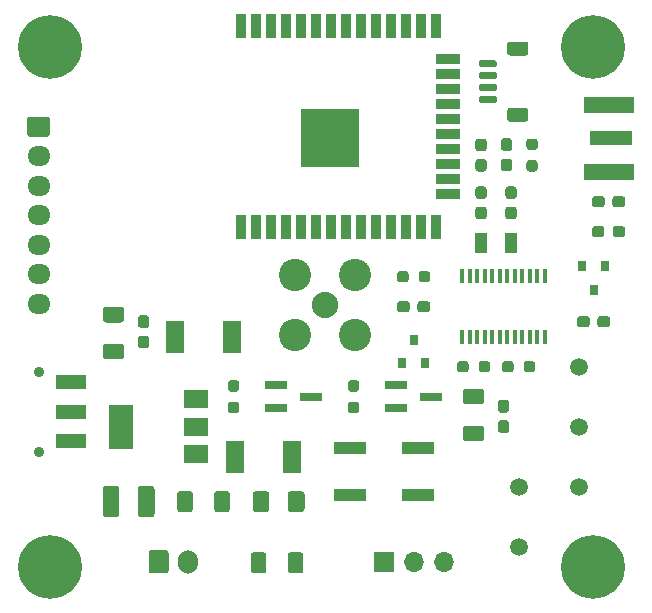
<source format=gts>
%TF.GenerationSoftware,KiCad,Pcbnew,5.1.9+dfsg1-1*%
%TF.CreationDate,2021-06-01T22:56:34+02:00*%
%TF.ProjectId,SDR-RX,5344522d-5258-42e6-9b69-6361645f7063,rev?*%
%TF.SameCoordinates,Original*%
%TF.FileFunction,Soldermask,Top*%
%TF.FilePolarity,Negative*%
%FSLAX46Y46*%
G04 Gerber Fmt 4.6, Leading zero omitted, Abs format (unit mm)*
G04 Created by KiCad (PCBNEW 5.1.9+dfsg1-1) date 2021-06-01 22:56:34*
%MOMM*%
%LPD*%
G01*
G04 APERTURE LIST*
%ADD10O,1.950000X1.700000*%
%ADD11C,2.240000*%
%ADD12C,2.740000*%
%ADD13O,1.700000X2.000000*%
%ADD14C,0.800000*%
%ADD15C,5.400000*%
%ADD16C,0.900000*%
%ADD17R,2.500000X1.250000*%
%ADD18C,1.500000*%
%ADD19O,1.700000X1.700000*%
%ADD20R,1.700000X1.700000*%
%ADD21R,1.000000X1.800000*%
%ADD22R,2.000000X1.500000*%
%ADD23R,2.000000X3.800000*%
%ADD24R,0.900000X2.000000*%
%ADD25R,2.000000X0.900000*%
%ADD26R,5.000000X5.000000*%
%ADD27R,0.400000X1.200000*%
%ADD28R,2.750000X1.000000*%
%ADD29R,1.900000X0.800000*%
%ADD30R,3.600000X1.270000*%
%ADD31R,4.200000X1.350000*%
%ADD32R,1.500000X2.700000*%
%ADD33R,0.800000X0.900000*%
G04 APERTURE END LIST*
%TO.C,C4*%
G36*
G01*
X152567500Y-81755000D02*
X153042500Y-81755000D01*
G75*
G02*
X153280000Y-81992500I0J-237500D01*
G01*
X153280000Y-82592500D01*
G75*
G02*
X153042500Y-82830000I-237500J0D01*
G01*
X152567500Y-82830000D01*
G75*
G02*
X152330000Y-82592500I0J237500D01*
G01*
X152330000Y-81992500D01*
G75*
G02*
X152567500Y-81755000I237500J0D01*
G01*
G37*
G36*
G01*
X152567500Y-80030000D02*
X153042500Y-80030000D01*
G75*
G02*
X153280000Y-80267500I0J-237500D01*
G01*
X153280000Y-80867500D01*
G75*
G02*
X153042500Y-81105000I-237500J0D01*
G01*
X152567500Y-81105000D01*
G75*
G02*
X152330000Y-80867500I0J237500D01*
G01*
X152330000Y-80267500D01*
G75*
G02*
X152567500Y-80030000I237500J0D01*
G01*
G37*
%TD*%
D10*
%TO.C,Program*%
X112800000Y-89980000D03*
X112800000Y-87480000D03*
X112800000Y-84980000D03*
X112800000Y-82480000D03*
X112800000Y-79980000D03*
X112800000Y-77480000D03*
G36*
G01*
X112075000Y-74130000D02*
X113525000Y-74130000D01*
G75*
G02*
X113775000Y-74380000I0J-250000D01*
G01*
X113775000Y-75580000D01*
G75*
G02*
X113525000Y-75830000I-250000J0D01*
G01*
X112075000Y-75830000D01*
G75*
G02*
X111825000Y-75580000I0J250000D01*
G01*
X111825000Y-74380000D01*
G75*
G02*
X112075000Y-74130000I250000J0D01*
G01*
G37*
%TD*%
%TO.C,GPS*%
G36*
G01*
X152719999Y-73370000D02*
X154020001Y-73370000D01*
G75*
G02*
X154270000Y-73619999I0J-249999D01*
G01*
X154270000Y-74320001D01*
G75*
G02*
X154020001Y-74570000I-249999J0D01*
G01*
X152719999Y-74570000D01*
G75*
G02*
X152470000Y-74320001I0J249999D01*
G01*
X152470000Y-73619999D01*
G75*
G02*
X152719999Y-73370000I249999J0D01*
G01*
G37*
G36*
G01*
X152719999Y-67770000D02*
X154020001Y-67770000D01*
G75*
G02*
X154270000Y-68019999I0J-249999D01*
G01*
X154270000Y-68720001D01*
G75*
G02*
X154020001Y-68970000I-249999J0D01*
G01*
X152719999Y-68970000D01*
G75*
G02*
X152470000Y-68720001I0J249999D01*
G01*
X152470000Y-68019999D01*
G75*
G02*
X152719999Y-67770000I249999J0D01*
G01*
G37*
G36*
G01*
X150220000Y-72370000D02*
X151470000Y-72370000D01*
G75*
G02*
X151620000Y-72520000I0J-150000D01*
G01*
X151620000Y-72820000D01*
G75*
G02*
X151470000Y-72970000I-150000J0D01*
G01*
X150220000Y-72970000D01*
G75*
G02*
X150070000Y-72820000I0J150000D01*
G01*
X150070000Y-72520000D01*
G75*
G02*
X150220000Y-72370000I150000J0D01*
G01*
G37*
G36*
G01*
X150220000Y-71370000D02*
X151470000Y-71370000D01*
G75*
G02*
X151620000Y-71520000I0J-150000D01*
G01*
X151620000Y-71820000D01*
G75*
G02*
X151470000Y-71970000I-150000J0D01*
G01*
X150220000Y-71970000D01*
G75*
G02*
X150070000Y-71820000I0J150000D01*
G01*
X150070000Y-71520000D01*
G75*
G02*
X150220000Y-71370000I150000J0D01*
G01*
G37*
G36*
G01*
X150220000Y-70370000D02*
X151470000Y-70370000D01*
G75*
G02*
X151620000Y-70520000I0J-150000D01*
G01*
X151620000Y-70820000D01*
G75*
G02*
X151470000Y-70970000I-150000J0D01*
G01*
X150220000Y-70970000D01*
G75*
G02*
X150070000Y-70820000I0J150000D01*
G01*
X150070000Y-70520000D01*
G75*
G02*
X150220000Y-70370000I150000J0D01*
G01*
G37*
G36*
G01*
X150220000Y-69370000D02*
X151470000Y-69370000D01*
G75*
G02*
X151620000Y-69520000I0J-150000D01*
G01*
X151620000Y-69820000D01*
G75*
G02*
X151470000Y-69970000I-150000J0D01*
G01*
X150220000Y-69970000D01*
G75*
G02*
X150070000Y-69820000I0J150000D01*
G01*
X150070000Y-69520000D01*
G75*
G02*
X150220000Y-69370000I150000J0D01*
G01*
G37*
%TD*%
D11*
%TO.C,SW/AM Ant.*%
X137070000Y-90050000D03*
D12*
X134530000Y-92590000D03*
X134530000Y-87510000D03*
X139610000Y-87510000D03*
X139610000Y-92590000D03*
%TD*%
D13*
%TO.C,Vin *%
X125460000Y-111810000D03*
G36*
G01*
X122110000Y-112560000D02*
X122110000Y-111060000D01*
G75*
G02*
X122360000Y-110810000I250000J0D01*
G01*
X123560000Y-110810000D01*
G75*
G02*
X123810000Y-111060000I0J-250000D01*
G01*
X123810000Y-112560000D01*
G75*
G02*
X123560000Y-112810000I-250000J0D01*
G01*
X122360000Y-112810000D01*
G75*
G02*
X122110000Y-112560000I0J250000D01*
G01*
G37*
%TD*%
D14*
%TO.C,H4*%
X161191891Y-66788109D03*
X159760000Y-66195000D03*
X158328109Y-66788109D03*
X157735000Y-68220000D03*
X158328109Y-69651891D03*
X159760000Y-70245000D03*
X161191891Y-69651891D03*
X161785000Y-68220000D03*
D15*
X159760000Y-68220000D03*
%TD*%
D14*
%TO.C,H3*%
X161191891Y-110788109D03*
X159760000Y-110195000D03*
X158328109Y-110788109D03*
X157735000Y-112220000D03*
X158328109Y-113651891D03*
X159760000Y-114245000D03*
X161191891Y-113651891D03*
X161785000Y-112220000D03*
D15*
X159760000Y-112220000D03*
%TD*%
D14*
%TO.C,H2*%
X115191891Y-110788109D03*
X113760000Y-110195000D03*
X112328109Y-110788109D03*
X111735000Y-112220000D03*
X112328109Y-113651891D03*
X113760000Y-114245000D03*
X115191891Y-113651891D03*
X115785000Y-112220000D03*
D15*
X113760000Y-112220000D03*
%TD*%
D14*
%TO.C,H1*%
X115191891Y-66788109D03*
X113760000Y-66195000D03*
X112328109Y-66788109D03*
X111735000Y-68220000D03*
X112328109Y-69651891D03*
X113760000Y-70245000D03*
X115191891Y-69651891D03*
X115785000Y-68220000D03*
D15*
X113760000Y-68220000D03*
%TD*%
D16*
%TO.C,sel. 3V3 *%
X112800000Y-102510000D03*
X112800000Y-95710000D03*
D17*
X115550000Y-101610000D03*
X115550000Y-99110000D03*
X115550000Y-96610000D03*
%TD*%
D18*
%TO.C,+3V3*%
X158520000Y-105460000D03*
%TD*%
%TO.C,Reset SI4734*%
X158520000Y-95300000D03*
%TD*%
%TO.C,Clock*%
X153440000Y-105460000D03*
%TD*%
%TO.C,Data*%
X158520000Y-100380000D03*
%TD*%
%TO.C,Reset ESP*%
X153440000Y-110540000D03*
%TD*%
D19*
%TO.C,GND*%
X147090000Y-111810000D03*
X144550000Y-111810000D03*
D20*
X142010000Y-111810000D03*
%TD*%
D21*
%TO.C,Y1*%
X152785000Y-84859000D03*
X150285000Y-84859000D03*
%TD*%
D22*
%TO.C,U3*%
X126110000Y-102680000D03*
X126110000Y-98080000D03*
X126110000Y-100380000D03*
D23*
X119810000Y-100380000D03*
%TD*%
D24*
%TO.C,U2*%
X129945000Y-66480000D03*
X131215000Y-66480000D03*
X132485000Y-66480000D03*
X133755000Y-66480000D03*
X135025000Y-66480000D03*
X136295000Y-66480000D03*
X137565000Y-66480000D03*
X138835000Y-66480000D03*
X140105000Y-66480000D03*
X141375000Y-66480000D03*
X142645000Y-66480000D03*
X143915000Y-66480000D03*
X145185000Y-66480000D03*
X146455000Y-66480000D03*
D25*
X147455000Y-69265000D03*
X147455000Y-70535000D03*
X147455000Y-71805000D03*
X147455000Y-73075000D03*
X147455000Y-74345000D03*
X147455000Y-75615000D03*
X147455000Y-76885000D03*
X147455000Y-78155000D03*
X147455000Y-79425000D03*
X147455000Y-80695000D03*
D24*
X146455000Y-83480000D03*
X145185000Y-83480000D03*
X143915000Y-83480000D03*
X142645000Y-83480000D03*
X141375000Y-83480000D03*
X140105000Y-83480000D03*
X138835000Y-83480000D03*
X137565000Y-83480000D03*
X136295000Y-83480000D03*
X135025000Y-83480000D03*
X133755000Y-83480000D03*
X132485000Y-83480000D03*
X131215000Y-83480000D03*
X129945000Y-83480000D03*
D26*
X137445000Y-75980000D03*
%TD*%
D27*
%TO.C,U1*%
X148677500Y-87620000D03*
X149312500Y-87620000D03*
X149947500Y-87620000D03*
X150582500Y-87620000D03*
X151217500Y-87620000D03*
X151852500Y-87620000D03*
X152487500Y-87620000D03*
X153122500Y-87620000D03*
X153757500Y-87620000D03*
X154392500Y-87620000D03*
X155027500Y-87620000D03*
X155662500Y-87620000D03*
X155662500Y-92820000D03*
X155027500Y-92820000D03*
X154392500Y-92820000D03*
X153757500Y-92820000D03*
X153122500Y-92820000D03*
X152487500Y-92820000D03*
X151852500Y-92820000D03*
X151217500Y-92820000D03*
X150582500Y-92820000D03*
X149947500Y-92820000D03*
X149312500Y-92820000D03*
X148677500Y-92820000D03*
%TD*%
D28*
%TO.C,Reset ESP*%
X144885000Y-102190000D03*
X139135000Y-102190000D03*
X139135000Y-106190000D03*
X144885000Y-106190000D03*
%TD*%
%TO.C,R6*%
G36*
G01*
X154345500Y-77818000D02*
X154820500Y-77818000D01*
G75*
G02*
X155058000Y-78055500I0J-237500D01*
G01*
X155058000Y-78555500D01*
G75*
G02*
X154820500Y-78793000I-237500J0D01*
G01*
X154345500Y-78793000D01*
G75*
G02*
X154108000Y-78555500I0J237500D01*
G01*
X154108000Y-78055500D01*
G75*
G02*
X154345500Y-77818000I237500J0D01*
G01*
G37*
G36*
G01*
X154345500Y-75993000D02*
X154820500Y-75993000D01*
G75*
G02*
X155058000Y-76230500I0J-237500D01*
G01*
X155058000Y-76730500D01*
G75*
G02*
X154820500Y-76968000I-237500J0D01*
G01*
X154345500Y-76968000D01*
G75*
G02*
X154108000Y-76730500I0J237500D01*
G01*
X154108000Y-76230500D01*
G75*
G02*
X154345500Y-75993000I237500J0D01*
G01*
G37*
%TD*%
%TO.C,R5*%
G36*
G01*
X153865000Y-95537500D02*
X153865000Y-95062500D01*
G75*
G02*
X154102500Y-94825000I237500J0D01*
G01*
X154602500Y-94825000D01*
G75*
G02*
X154840000Y-95062500I0J-237500D01*
G01*
X154840000Y-95537500D01*
G75*
G02*
X154602500Y-95775000I-237500J0D01*
G01*
X154102500Y-95775000D01*
G75*
G02*
X153865000Y-95537500I0J237500D01*
G01*
G37*
G36*
G01*
X152040000Y-95537500D02*
X152040000Y-95062500D01*
G75*
G02*
X152277500Y-94825000I237500J0D01*
G01*
X152777500Y-94825000D01*
G75*
G02*
X153015000Y-95062500I0J-237500D01*
G01*
X153015000Y-95537500D01*
G75*
G02*
X152777500Y-95775000I-237500J0D01*
G01*
X152277500Y-95775000D01*
G75*
G02*
X152040000Y-95537500I0J237500D01*
G01*
G37*
%TD*%
%TO.C,R4*%
G36*
G01*
X129547500Y-97415000D02*
X129072500Y-97415000D01*
G75*
G02*
X128835000Y-97177500I0J237500D01*
G01*
X128835000Y-96677500D01*
G75*
G02*
X129072500Y-96440000I237500J0D01*
G01*
X129547500Y-96440000D01*
G75*
G02*
X129785000Y-96677500I0J-237500D01*
G01*
X129785000Y-97177500D01*
G75*
G02*
X129547500Y-97415000I-237500J0D01*
G01*
G37*
G36*
G01*
X129547500Y-99240000D02*
X129072500Y-99240000D01*
G75*
G02*
X128835000Y-99002500I0J237500D01*
G01*
X128835000Y-98502500D01*
G75*
G02*
X129072500Y-98265000I237500J0D01*
G01*
X129547500Y-98265000D01*
G75*
G02*
X129785000Y-98502500I0J-237500D01*
G01*
X129785000Y-99002500D01*
G75*
G02*
X129547500Y-99240000I-237500J0D01*
G01*
G37*
%TD*%
%TO.C,R3*%
G36*
G01*
X139232500Y-98265000D02*
X139707500Y-98265000D01*
G75*
G02*
X139945000Y-98502500I0J-237500D01*
G01*
X139945000Y-99002500D01*
G75*
G02*
X139707500Y-99240000I-237500J0D01*
G01*
X139232500Y-99240000D01*
G75*
G02*
X138995000Y-99002500I0J237500D01*
G01*
X138995000Y-98502500D01*
G75*
G02*
X139232500Y-98265000I237500J0D01*
G01*
G37*
G36*
G01*
X139232500Y-96440000D02*
X139707500Y-96440000D01*
G75*
G02*
X139945000Y-96677500I0J-237500D01*
G01*
X139945000Y-97177500D01*
G75*
G02*
X139707500Y-97415000I-237500J0D01*
G01*
X139232500Y-97415000D01*
G75*
G02*
X138995000Y-97177500I0J237500D01*
G01*
X138995000Y-96677500D01*
G75*
G02*
X139232500Y-96440000I237500J0D01*
G01*
G37*
%TD*%
%TO.C,R2*%
G36*
G01*
X149205000Y-95062500D02*
X149205000Y-95537500D01*
G75*
G02*
X148967500Y-95775000I-237500J0D01*
G01*
X148467500Y-95775000D01*
G75*
G02*
X148230000Y-95537500I0J237500D01*
G01*
X148230000Y-95062500D01*
G75*
G02*
X148467500Y-94825000I237500J0D01*
G01*
X148967500Y-94825000D01*
G75*
G02*
X149205000Y-95062500I0J-237500D01*
G01*
G37*
G36*
G01*
X151030000Y-95062500D02*
X151030000Y-95537500D01*
G75*
G02*
X150792500Y-95775000I-237500J0D01*
G01*
X150292500Y-95775000D01*
G75*
G02*
X150055000Y-95537500I0J237500D01*
G01*
X150055000Y-95062500D01*
G75*
G02*
X150292500Y-94825000I237500J0D01*
G01*
X150792500Y-94825000D01*
G75*
G02*
X151030000Y-95062500I0J-237500D01*
G01*
G37*
%TD*%
%TO.C,R1*%
G36*
G01*
X144125000Y-87442500D02*
X144125000Y-87917500D01*
G75*
G02*
X143887500Y-88155000I-237500J0D01*
G01*
X143387500Y-88155000D01*
G75*
G02*
X143150000Y-87917500I0J237500D01*
G01*
X143150000Y-87442500D01*
G75*
G02*
X143387500Y-87205000I237500J0D01*
G01*
X143887500Y-87205000D01*
G75*
G02*
X144125000Y-87442500I0J-237500D01*
G01*
G37*
G36*
G01*
X145950000Y-87442500D02*
X145950000Y-87917500D01*
G75*
G02*
X145712500Y-88155000I-237500J0D01*
G01*
X145212500Y-88155000D01*
G75*
G02*
X144975000Y-87917500I0J237500D01*
G01*
X144975000Y-87442500D01*
G75*
G02*
X145212500Y-87205000I237500J0D01*
G01*
X145712500Y-87205000D01*
G75*
G02*
X145950000Y-87442500I0J-237500D01*
G01*
G37*
%TD*%
D29*
%TO.C,Q2*%
X135890000Y-97840000D03*
X132890000Y-98790000D03*
X132890000Y-96890000D03*
%TD*%
%TO.C,Q1*%
X146050000Y-97840000D03*
X143050000Y-98790000D03*
X143050000Y-96890000D03*
%TD*%
%TO.C,L1*%
G36*
G01*
X160710000Y-83632500D02*
X160710000Y-84107500D01*
G75*
G02*
X160472500Y-84345000I-237500J0D01*
G01*
X159897500Y-84345000D01*
G75*
G02*
X159660000Y-84107500I0J237500D01*
G01*
X159660000Y-83632500D01*
G75*
G02*
X159897500Y-83395000I237500J0D01*
G01*
X160472500Y-83395000D01*
G75*
G02*
X160710000Y-83632500I0J-237500D01*
G01*
G37*
G36*
G01*
X162460000Y-83632500D02*
X162460000Y-84107500D01*
G75*
G02*
X162222500Y-84345000I-237500J0D01*
G01*
X161647500Y-84345000D01*
G75*
G02*
X161410000Y-84107500I0J237500D01*
G01*
X161410000Y-83632500D01*
G75*
G02*
X161647500Y-83395000I237500J0D01*
G01*
X162222500Y-83395000D01*
G75*
G02*
X162460000Y-83632500I0J-237500D01*
G01*
G37*
%TD*%
D30*
%TO.C,FM Antenna*%
X161260000Y-75965000D03*
D31*
X161060000Y-73140000D03*
X161060000Y-78790000D03*
%TD*%
%TO.C,FB1*%
G36*
G01*
X119645000Y-105655000D02*
X119645000Y-107805000D01*
G75*
G02*
X119395000Y-108055000I-250000J0D01*
G01*
X118470000Y-108055000D01*
G75*
G02*
X118220000Y-107805000I0J250000D01*
G01*
X118220000Y-105655000D01*
G75*
G02*
X118470000Y-105405000I250000J0D01*
G01*
X119395000Y-105405000D01*
G75*
G02*
X119645000Y-105655000I0J-250000D01*
G01*
G37*
G36*
G01*
X122620000Y-105655000D02*
X122620000Y-107805000D01*
G75*
G02*
X122370000Y-108055000I-250000J0D01*
G01*
X121445000Y-108055000D01*
G75*
G02*
X121195000Y-107805000I0J250000D01*
G01*
X121195000Y-105655000D01*
G75*
G02*
X121445000Y-105405000I250000J0D01*
G01*
X122370000Y-105405000D01*
G75*
G02*
X122620000Y-105655000I0J-250000D01*
G01*
G37*
%TD*%
%TO.C,F1*%
G36*
G01*
X133895000Y-107355000D02*
X133895000Y-106105000D01*
G75*
G02*
X134145000Y-105855000I250000J0D01*
G01*
X135070000Y-105855000D01*
G75*
G02*
X135320000Y-106105000I0J-250000D01*
G01*
X135320000Y-107355000D01*
G75*
G02*
X135070000Y-107605000I-250000J0D01*
G01*
X134145000Y-107605000D01*
G75*
G02*
X133895000Y-107355000I0J250000D01*
G01*
G37*
G36*
G01*
X130920000Y-107355000D02*
X130920000Y-106105000D01*
G75*
G02*
X131170000Y-105855000I250000J0D01*
G01*
X132095000Y-105855000D01*
G75*
G02*
X132345000Y-106105000I0J-250000D01*
G01*
X132345000Y-107355000D01*
G75*
G02*
X132095000Y-107605000I-250000J0D01*
G01*
X131170000Y-107605000D01*
G75*
G02*
X130920000Y-107355000I0J250000D01*
G01*
G37*
%TD*%
D32*
%TO.C,D4*%
X124370000Y-92760000D03*
X129170000Y-92760000D03*
%TD*%
D33*
%TO.C,D3*%
X144550000Y-93030000D03*
X145500000Y-95030000D03*
X143600000Y-95030000D03*
%TD*%
%TO.C,D2*%
X159790000Y-88780000D03*
X158840000Y-86780000D03*
X160740000Y-86780000D03*
%TD*%
D32*
%TO.C,D1*%
X129450000Y-102920000D03*
X134250000Y-102920000D03*
%TD*%
%TO.C,C13*%
G36*
G01*
X127670000Y-107380001D02*
X127670000Y-106079999D01*
G75*
G02*
X127919999Y-105830000I249999J0D01*
G01*
X128745001Y-105830000D01*
G75*
G02*
X128995000Y-106079999I0J-249999D01*
G01*
X128995000Y-107380001D01*
G75*
G02*
X128745001Y-107630000I-249999J0D01*
G01*
X127919999Y-107630000D01*
G75*
G02*
X127670000Y-107380001I0J249999D01*
G01*
G37*
G36*
G01*
X124545000Y-107380001D02*
X124545000Y-106079999D01*
G75*
G02*
X124794999Y-105830000I249999J0D01*
G01*
X125620001Y-105830000D01*
G75*
G02*
X125870000Y-106079999I0J-249999D01*
G01*
X125870000Y-107380001D01*
G75*
G02*
X125620001Y-107630000I-249999J0D01*
G01*
X124794999Y-107630000D01*
G75*
G02*
X124545000Y-107380001I0J249999D01*
G01*
G37*
%TD*%
%TO.C,C12*%
G36*
G01*
X132093000Y-111259999D02*
X132093000Y-112560001D01*
G75*
G02*
X131843001Y-112810000I-249999J0D01*
G01*
X131017999Y-112810000D01*
G75*
G02*
X130768000Y-112560001I0J249999D01*
G01*
X130768000Y-111259999D01*
G75*
G02*
X131017999Y-111010000I249999J0D01*
G01*
X131843001Y-111010000D01*
G75*
G02*
X132093000Y-111259999I0J-249999D01*
G01*
G37*
G36*
G01*
X135218000Y-111259999D02*
X135218000Y-112560001D01*
G75*
G02*
X134968001Y-112810000I-249999J0D01*
G01*
X134142999Y-112810000D01*
G75*
G02*
X133893000Y-112560001I0J249999D01*
G01*
X133893000Y-111259999D01*
G75*
G02*
X134142999Y-111010000I249999J0D01*
G01*
X134968001Y-111010000D01*
G75*
G02*
X135218000Y-111259999I0J-249999D01*
G01*
G37*
%TD*%
%TO.C,C11*%
G36*
G01*
X144875000Y-90457500D02*
X144875000Y-89982500D01*
G75*
G02*
X145112500Y-89745000I237500J0D01*
G01*
X145712500Y-89745000D01*
G75*
G02*
X145950000Y-89982500I0J-237500D01*
G01*
X145950000Y-90457500D01*
G75*
G02*
X145712500Y-90695000I-237500J0D01*
G01*
X145112500Y-90695000D01*
G75*
G02*
X144875000Y-90457500I0J237500D01*
G01*
G37*
G36*
G01*
X143150000Y-90457500D02*
X143150000Y-89982500D01*
G75*
G02*
X143387500Y-89745000I237500J0D01*
G01*
X143987500Y-89745000D01*
G75*
G02*
X144225000Y-89982500I0J-237500D01*
G01*
X144225000Y-90457500D01*
G75*
G02*
X143987500Y-90695000I-237500J0D01*
G01*
X143387500Y-90695000D01*
G75*
G02*
X143150000Y-90457500I0J237500D01*
G01*
G37*
%TD*%
%TO.C,C10*%
G36*
G01*
X161385000Y-81567500D02*
X161385000Y-81092500D01*
G75*
G02*
X161622500Y-80855000I237500J0D01*
G01*
X162222500Y-80855000D01*
G75*
G02*
X162460000Y-81092500I0J-237500D01*
G01*
X162460000Y-81567500D01*
G75*
G02*
X162222500Y-81805000I-237500J0D01*
G01*
X161622500Y-81805000D01*
G75*
G02*
X161385000Y-81567500I0J237500D01*
G01*
G37*
G36*
G01*
X159660000Y-81567500D02*
X159660000Y-81092500D01*
G75*
G02*
X159897500Y-80855000I237500J0D01*
G01*
X160497500Y-80855000D01*
G75*
G02*
X160735000Y-81092500I0J-237500D01*
G01*
X160735000Y-81567500D01*
G75*
G02*
X160497500Y-81805000I-237500J0D01*
G01*
X159897500Y-81805000D01*
G75*
G02*
X159660000Y-81567500I0J237500D01*
G01*
G37*
%TD*%
%TO.C,C9*%
G36*
G01*
X150027500Y-77718000D02*
X150502500Y-77718000D01*
G75*
G02*
X150740000Y-77955500I0J-237500D01*
G01*
X150740000Y-78555500D01*
G75*
G02*
X150502500Y-78793000I-237500J0D01*
G01*
X150027500Y-78793000D01*
G75*
G02*
X149790000Y-78555500I0J237500D01*
G01*
X149790000Y-77955500D01*
G75*
G02*
X150027500Y-77718000I237500J0D01*
G01*
G37*
G36*
G01*
X150027500Y-75993000D02*
X150502500Y-75993000D01*
G75*
G02*
X150740000Y-76230500I0J-237500D01*
G01*
X150740000Y-76830500D01*
G75*
G02*
X150502500Y-77068000I-237500J0D01*
G01*
X150027500Y-77068000D01*
G75*
G02*
X149790000Y-76830500I0J237500D01*
G01*
X149790000Y-76230500D01*
G75*
G02*
X150027500Y-75993000I237500J0D01*
G01*
G37*
%TD*%
%TO.C,C8*%
G36*
G01*
X152186500Y-77691000D02*
X152661500Y-77691000D01*
G75*
G02*
X152899000Y-77928500I0J-237500D01*
G01*
X152899000Y-78528500D01*
G75*
G02*
X152661500Y-78766000I-237500J0D01*
G01*
X152186500Y-78766000D01*
G75*
G02*
X151949000Y-78528500I0J237500D01*
G01*
X151949000Y-77928500D01*
G75*
G02*
X152186500Y-77691000I237500J0D01*
G01*
G37*
G36*
G01*
X152186500Y-75966000D02*
X152661500Y-75966000D01*
G75*
G02*
X152899000Y-76203500I0J-237500D01*
G01*
X152899000Y-76803500D01*
G75*
G02*
X152661500Y-77041000I-237500J0D01*
G01*
X152186500Y-77041000D01*
G75*
G02*
X151949000Y-76803500I0J237500D01*
G01*
X151949000Y-76203500D01*
G75*
G02*
X152186500Y-75966000I237500J0D01*
G01*
G37*
%TD*%
%TO.C,C7*%
G36*
G01*
X150502500Y-81105000D02*
X150027500Y-81105000D01*
G75*
G02*
X149790000Y-80867500I0J237500D01*
G01*
X149790000Y-80267500D01*
G75*
G02*
X150027500Y-80030000I237500J0D01*
G01*
X150502500Y-80030000D01*
G75*
G02*
X150740000Y-80267500I0J-237500D01*
G01*
X150740000Y-80867500D01*
G75*
G02*
X150502500Y-81105000I-237500J0D01*
G01*
G37*
G36*
G01*
X150502500Y-82830000D02*
X150027500Y-82830000D01*
G75*
G02*
X149790000Y-82592500I0J237500D01*
G01*
X149790000Y-81992500D01*
G75*
G02*
X150027500Y-81755000I237500J0D01*
G01*
X150502500Y-81755000D01*
G75*
G02*
X150740000Y-81992500I0J-237500D01*
G01*
X150740000Y-82592500D01*
G75*
G02*
X150502500Y-82830000I-237500J0D01*
G01*
G37*
%TD*%
%TO.C,C6*%
G36*
G01*
X118499999Y-93367500D02*
X119800001Y-93367500D01*
G75*
G02*
X120050000Y-93617499I0J-249999D01*
G01*
X120050000Y-94442501D01*
G75*
G02*
X119800001Y-94692500I-249999J0D01*
G01*
X118499999Y-94692500D01*
G75*
G02*
X118250000Y-94442501I0J249999D01*
G01*
X118250000Y-93617499D01*
G75*
G02*
X118499999Y-93367500I249999J0D01*
G01*
G37*
G36*
G01*
X118499999Y-90242500D02*
X119800001Y-90242500D01*
G75*
G02*
X120050000Y-90492499I0J-249999D01*
G01*
X120050000Y-91317501D01*
G75*
G02*
X119800001Y-91567500I-249999J0D01*
G01*
X118499999Y-91567500D01*
G75*
G02*
X118250000Y-91317501I0J249999D01*
G01*
X118250000Y-90492499D01*
G75*
G02*
X118499999Y-90242500I249999J0D01*
G01*
G37*
%TD*%
%TO.C,C5*%
G36*
G01*
X121452500Y-92677500D02*
X121927500Y-92677500D01*
G75*
G02*
X122165000Y-92915000I0J-237500D01*
G01*
X122165000Y-93515000D01*
G75*
G02*
X121927500Y-93752500I-237500J0D01*
G01*
X121452500Y-93752500D01*
G75*
G02*
X121215000Y-93515000I0J237500D01*
G01*
X121215000Y-92915000D01*
G75*
G02*
X121452500Y-92677500I237500J0D01*
G01*
G37*
G36*
G01*
X121452500Y-90952500D02*
X121927500Y-90952500D01*
G75*
G02*
X122165000Y-91190000I0J-237500D01*
G01*
X122165000Y-91790000D01*
G75*
G02*
X121927500Y-92027500I-237500J0D01*
G01*
X121452500Y-92027500D01*
G75*
G02*
X121215000Y-91790000I0J237500D01*
G01*
X121215000Y-91190000D01*
G75*
G02*
X121452500Y-90952500I237500J0D01*
G01*
G37*
%TD*%
%TO.C,C3*%
G36*
G01*
X160115000Y-91727500D02*
X160115000Y-91252500D01*
G75*
G02*
X160352500Y-91015000I237500J0D01*
G01*
X160952500Y-91015000D01*
G75*
G02*
X161190000Y-91252500I0J-237500D01*
G01*
X161190000Y-91727500D01*
G75*
G02*
X160952500Y-91965000I-237500J0D01*
G01*
X160352500Y-91965000D01*
G75*
G02*
X160115000Y-91727500I0J237500D01*
G01*
G37*
G36*
G01*
X158390000Y-91727500D02*
X158390000Y-91252500D01*
G75*
G02*
X158627500Y-91015000I237500J0D01*
G01*
X159227500Y-91015000D01*
G75*
G02*
X159465000Y-91252500I0J-237500D01*
G01*
X159465000Y-91727500D01*
G75*
G02*
X159227500Y-91965000I-237500J0D01*
G01*
X158627500Y-91965000D01*
G75*
G02*
X158390000Y-91727500I0J237500D01*
G01*
G37*
%TD*%
%TO.C,C2*%
G36*
G01*
X152407500Y-99192500D02*
X151932500Y-99192500D01*
G75*
G02*
X151695000Y-98955000I0J237500D01*
G01*
X151695000Y-98355000D01*
G75*
G02*
X151932500Y-98117500I237500J0D01*
G01*
X152407500Y-98117500D01*
G75*
G02*
X152645000Y-98355000I0J-237500D01*
G01*
X152645000Y-98955000D01*
G75*
G02*
X152407500Y-99192500I-237500J0D01*
G01*
G37*
G36*
G01*
X152407500Y-100917500D02*
X151932500Y-100917500D01*
G75*
G02*
X151695000Y-100680000I0J237500D01*
G01*
X151695000Y-100080000D01*
G75*
G02*
X151932500Y-99842500I237500J0D01*
G01*
X152407500Y-99842500D01*
G75*
G02*
X152645000Y-100080000I0J-237500D01*
G01*
X152645000Y-100680000D01*
G75*
G02*
X152407500Y-100917500I-237500J0D01*
G01*
G37*
%TD*%
%TO.C,C1*%
G36*
G01*
X150280001Y-98502500D02*
X148979999Y-98502500D01*
G75*
G02*
X148730000Y-98252501I0J249999D01*
G01*
X148730000Y-97427499D01*
G75*
G02*
X148979999Y-97177500I249999J0D01*
G01*
X150280001Y-97177500D01*
G75*
G02*
X150530000Y-97427499I0J-249999D01*
G01*
X150530000Y-98252501D01*
G75*
G02*
X150280001Y-98502500I-249999J0D01*
G01*
G37*
G36*
G01*
X150280001Y-101627500D02*
X148979999Y-101627500D01*
G75*
G02*
X148730000Y-101377501I0J249999D01*
G01*
X148730000Y-100552499D01*
G75*
G02*
X148979999Y-100302500I249999J0D01*
G01*
X150280001Y-100302500D01*
G75*
G02*
X150530000Y-100552499I0J-249999D01*
G01*
X150530000Y-101377501D01*
G75*
G02*
X150280001Y-101627500I-249999J0D01*
G01*
G37*
%TD*%
M02*

</source>
